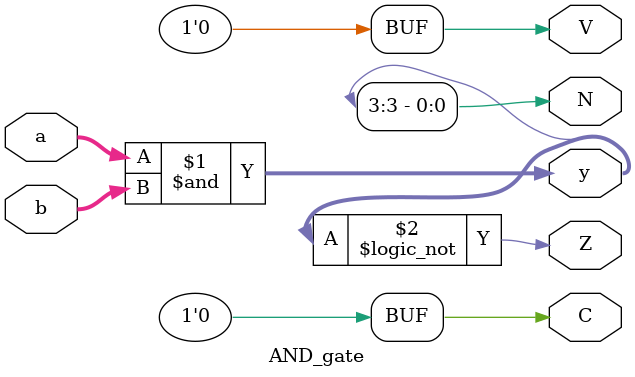
<source format=sv>
module AND_gate(
	input logic [3:0]a,
	input logic [3:0]b,
	output logic [3:0]y,
	output logic N,
   output logic Z,
   output logic C,
   output logic V
);		

	assign y = a & b;
	
	//flags 
	assign N = y[3];       //MSB
	assign Z = (y == 4'd0); //y en cero
	assign C = 1'b0;        //Sin carry
	assign V = 1'b0;       //Sin Overflow
	
endmodule
</source>
